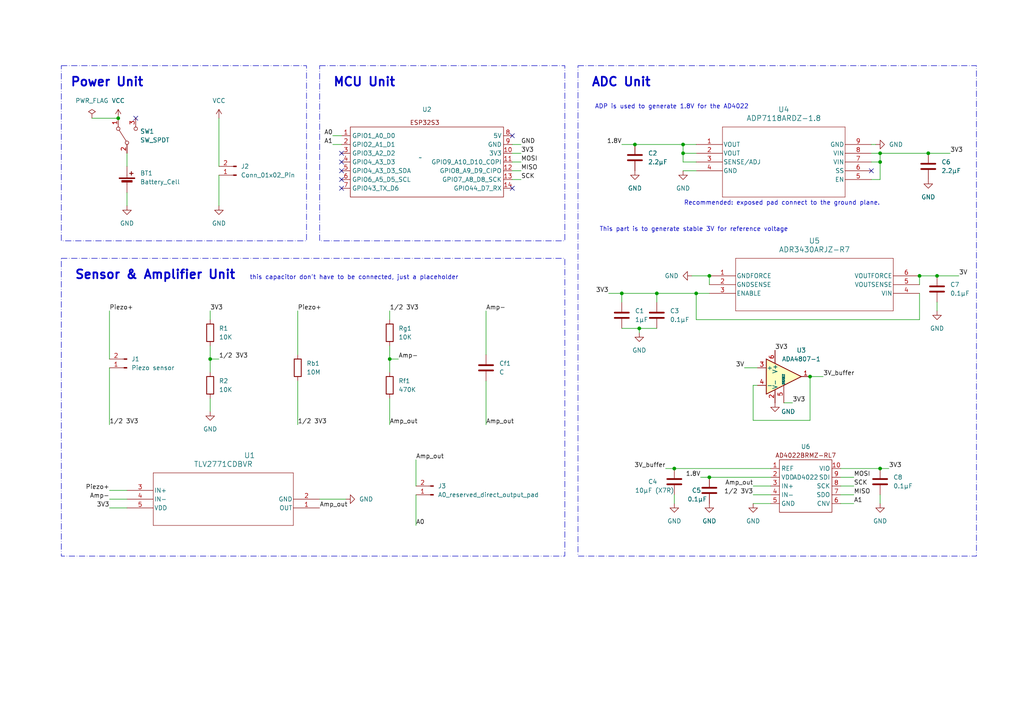
<source format=kicad_sch>
(kicad_sch (version 20230121) (generator eeschema)
  (paper "A4")
  (lib_symbols
    (symbol "2024-04-18_00-36-14:ADR3430ARJZ-R7" (pin_names (offset 0.254))
      (property "Reference" "U" (at 30.48 10.16 0))
      (property "Value" "ADR3430ARJZ-R7" (at 30.48 7.62 0))
      (symbol "ADR3430ARJZ-R7_0_1"
        (polyline (pts (xy 7.62 -10.16) (xy 53.34 -10.16)) (stroke (width 0.127)))
        (polyline (pts (xy 7.62 5.08) (xy 7.62 -10.16)) (stroke (width 0.127)))
        (polyline (pts (xy 53.34 -10.16) (xy 53.34 5.08)) (stroke (width 0.127)))
        (polyline (pts (xy 53.34 5.08) (xy 7.62 5.08)) (stroke (width 0.127)))
        (pin power_out line (at 0 0 0) (length 7.62) (name "GNDFORCE") (number "1"))
        (pin power_out line (at 0 -2.54 0) (length 7.62) (name "GNDSENSE") (number "2"))
        (pin unspecified line (at 0 -5.08 0) (length 7.62) (name "ENABLE") (number "3"))
        (pin unspecified line (at 60.96 -5.08 180) (length 7.62) (name "VIN") (number "4"))
        (pin output line (at 60.96 -2.54 180) (length 7.62) (name "VOUTSENSE") (number "5"))
        (pin output line (at 60.96 0 180) (length 7.62) (name "VOUTFORCE") (number "6"))
      )
    )
    (symbol "Amplifier_Operational:ADA4807-1" (pin_names (offset 0.127))
      (property "Reference" "U" (at 1.27 3.81 0))
      (property "Value" "ADA4807-1" (at 1.27 -3.81 0))
      (symbol "ADA4807-1_0_1"
        (polyline (pts (xy -5.08 5.08) (xy 5.08 0) (xy -5.08 -5.08) (xy -5.08 5.08)) (stroke (width 0.254)) (fill (type background)))
      )
      (symbol "ADA4807-1_1_1"
        (pin output line (at 7.62 0 180) (length 2.54) (name "~") (number "1"))
        (pin power_in line (at -2.54 -7.62 90) (length 3.81) (name "V-") (number "2"))
        (pin input line (at -7.62 2.54 0) (length 2.54) (name "+") (number "3"))
        (pin input line (at -7.62 -2.54 0) (length 2.54) (name "-") (number "4"))
        (pin input line (at 0 -7.62 90) (length 5.08) (name "~{DISABLE}") (number "5"))
        (pin power_in line (at -2.54 7.62 270) (length 3.81) (name "V+") (number "6"))
      )
    )
    (symbol "Amplifier_Operational:TLV2771CDBVR" (pin_names (offset 0.254))
      (property "Reference" "U" (at 27.94 10.16 0))
      (property "Value" "TLV2771CDBVR" (at 27.94 7.62 0))
      (symbol "TLV2771CDBVR_0_1"
        (polyline (pts (xy 7.62 -10.16) (xy 48.26 -10.16)) (stroke (width 0.127)))
        (polyline (pts (xy 7.62 5.08) (xy 7.62 -10.16)) (stroke (width 0.127)))
        (polyline (pts (xy 48.26 -10.16) (xy 48.26 5.08)) (stroke (width 0.127)))
        (polyline (pts (xy 48.26 5.08) (xy 7.62 5.08)) (stroke (width 0.127)))
        (pin output line (at 0 0 0) (length 7.62) (name "OUT") (number "1"))
        (pin power_in line (at 0 -2.54 0) (length 7.62) (name "GND") (number "2"))
        (pin input line (at 55.88 -5.08 180) (length 7.62) (name "IN+") (number "3"))
        (pin input line (at 55.88 -2.54 180) (length 7.62) (name "IN-") (number "4"))
        (pin power_in line (at 55.88 0 180) (length 7.62) (name "VDD") (number "5"))
      )
    )
    (symbol "Analog_ADC:AD4022"
      (property "Reference" "U" (at 0 8.89 0))
      (symbol "AD4022_0_0"
        (text "AD4022BRMZ-RL7" (at 0 6.35 0) (effects (font (size 1.27 1.27))))
      )
      (symbol "AD4022_0_1"
        (rectangle (start -7.62 5.08) (end 7.62 -10.16))
      )
      (symbol "AD4022_1_1"
        (pin input line (at -10.16 2.54 0) (length 2.54) (name "REF") (number "1"))
        (pin input line (at 10.16 2.54 180) (length 2.54) (name "VIO") (number "10"))
        (pin input line (at -10.16 0 0) (length 2.54) (name "VDD") (number "2"))
        (pin input line (at -10.16 -2.54 0) (length 2.54) (name "IN+") (number "3"))
        (pin input line (at -10.16 -5.08 0) (length 2.54) (name "IN-") (number "4"))
        (pin passive line (at -10.16 -7.62 0) (length 2.54) (name "GND") (number "5"))
        (pin input line (at 10.16 -7.62 180) (length 2.54) (name "CNV") (number "6"))
        (pin output line (at 10.16 -5.08 180) (length 2.54) (name "SDO") (number "7"))
        (pin input line (at 10.16 -2.54 180) (length 2.54) (name "SCK") (number "8"))
        (pin input line (at 10.16 0 180) (length 2.54) (name "SDI") (number "9"))
      )
    )
    (symbol "Connector:Conn_01x02_Pin" (pin_names (offset 1.016) hide)
      (property "Reference" "J" (at 0 2.54 0))
      (property "Value" "Conn_01x02_Pin" (at 0 -5.08 0))
      (symbol "Conn_01x02_Pin_1_1"
        (polyline (pts (xy 1.27 -2.54) (xy 0.8636 -2.54)) (stroke (width 0.1524)))
        (polyline (pts (xy 1.27 0) (xy 0.8636 0)) (stroke (width 0.1524)))
        (rectangle (start 0.8636 -2.413) (end 0 -2.667) (stroke (width 0.1524)) (fill (type outline)))
        (rectangle (start 0.8636 0.127) (end 0 -0.127) (stroke (width 0.1524)) (fill (type outline)))
        (pin passive line (at 5.08 0 180) (length 3.81) (name "Pin_1") (number "1"))
        (pin passive line (at 5.08 -2.54 180) (length 3.81) (name "Pin_2") (number "2"))
      )
    )
    (symbol "Device:Battery_Cell" (pin_numbers hide) (pin_names (offset 0) hide)
      (property "Reference" "BT" (at 2.54 2.54 0))
      (property "Value" "Battery_Cell" (at 2.54 0 0))
      (symbol "Battery_Cell_0_1"
        (rectangle (start -2.286 1.778) (end 2.286 1.524) (fill (type outline)))
        (rectangle (start -1.524 1.016) (end 1.524 0.508) (fill (type outline)))
        (polyline (pts (xy 0 0.762) (xy 0 0)))
        (polyline (pts (xy 0 1.778) (xy 0 2.54)))
        (polyline (pts (xy 0.762 3.048) (xy 1.778 3.048)) (stroke (width 0.254)))
        (polyline (pts (xy 1.27 3.556) (xy 1.27 2.54)) (stroke (width 0.254)))
      )
      (symbol "Battery_Cell_1_1"
        (pin passive line (at 0 5.08 270) (length 2.54) (name "+") (number "1"))
        (pin passive line (at 0 -2.54 90) (length 2.54) (name "-") (number "2"))
      )
    )
    (symbol "Device:C" (pin_numbers hide) (pin_names (offset 0.254))
      (property "Reference" "C" (at 0.635 2.54 0))
      (property "Value" "C" (at 0.635 -2.54 0))
      (symbol "C_0_1"
        (polyline (pts (xy -2.032 -0.762) (xy 2.032 -0.762)) (stroke (width 0.508)))
        (polyline (pts (xy -2.032 0.762) (xy 2.032 0.762)) (stroke (width 0.508)))
      )
      (symbol "C_1_1"
        (pin passive line (at 0 3.81 270) (length 2.794) (name "~") (number "1"))
        (pin passive line (at 0 -3.81 90) (length 2.794) (name "~") (number "2"))
      )
    )
    (symbol "Device:R" (pin_numbers hide) (pin_names (offset 0))
      (property "Reference" "R" (at 2.032 0 90))
      (property "Value" "R" (at 0 0 90))
      (symbol "R_0_1"
        (rectangle (start -1.016 -2.54) (end 1.016 2.54) (stroke (width 0.254)))
      )
      (symbol "R_1_1"
        (pin passive line (at 0 3.81 270) (length 1.27) (name "~") (number "1"))
        (pin passive line (at 0 -3.81 90) (length 1.27) (name "~") (number "2"))
      )
    )
    (symbol "Regulator_Linear:ADP7118ARDZ-1.8" (pin_names (offset 0.254))
      (property "Reference" "U" (at 25.4 10.16 0))
      (property "Value" "ADP7118ARDZ-1.8" (at 25.4 7.62 0))
      (symbol "ADP7118ARDZ-1.8_0_1"
        (polyline (pts (xy 7.62 -15.24) (xy 43.18 -15.24)) (stroke (width 0.127)))
        (polyline (pts (xy 7.62 5.08) (xy 7.62 -15.24)) (stroke (width 0.127)))
        (polyline (pts (xy 43.18 -15.24) (xy 43.18 5.08)) (stroke (width 0.127)))
        (polyline (pts (xy 43.18 5.08) (xy 7.62 5.08)) (stroke (width 0.127)))
        (pin output line (at 0 0 0) (length 7.62) (name "VOUT") (number "1"))
        (pin output line (at 0 -2.54 0) (length 7.62) (name "VOUT") (number "2"))
        (pin input line (at 0 -5.08 0) (length 7.62) (name "SENSE/ADJ") (number "3"))
        (pin power_out line (at 0 -7.62 0) (length 7.62) (name "GND") (number "4"))
        (pin input line (at 50.8 -10.16 180) (length 7.62) (name "EN") (number "5"))
        (pin unspecified line (at 50.8 -7.62 180) (length 7.62) (name "SS") (number "6"))
        (pin power_in line (at 50.8 -5.08 180) (length 7.62) (name "VIN") (number "7"))
        (pin power_in line (at 50.8 -2.54 180) (length 7.62) (name "VIN") (number "8"))
        (pin power_out line (at 50.8 0 180) (length 7.62) (name "GND") (number "9"))
      )
    )
    (symbol "Switch:SW_SPDT" (pin_names (offset 0) hide)
      (property "Reference" "SW" (at 0 4.318 0))
      (property "Value" "SW_SPDT" (at 0 -5.08 0))
      (symbol "SW_SPDT_0_0"
        (circle (center -2.032 0) (radius 0.508))
        (circle (center 2.032 -2.54) (radius 0.508))
      )
      (symbol "SW_SPDT_0_1"
        (polyline (pts (xy -1.524 0.254) (xy 1.651 2.286)))
        (circle (center 2.032 2.54) (radius 0.508))
      )
      (symbol "SW_SPDT_1_1"
        (pin passive line (at 5.08 2.54 180) (length 2.54) (name "A") (number "1"))
        (pin passive line (at -5.08 0 0) (length 2.54) (name "B") (number "2"))
        (pin passive line (at 5.08 -2.54 180) (length 2.54) (name "C") (number "3"))
      )
    )
    (symbol "XIAO:XIAO_ESP32_SENSE"
      (property "Reference" "U" (at 0 0 0))
      (symbol "XIAO_ESP32_SENSE_0_1"
        (polyline (pts (xy -20.32 8.89) (xy -20.32 -11.43) (xy 24.13 -11.43) (xy 24.13 8.89) (xy -20.32 8.89)))
      )
      (symbol "XIAO_ESP32_SENSE_1_1"
        (text "ESP32S3" (at 1.27 10.16 0) (effects (font (size 1.27 1.27))))
        (pin bidirectional line (at -22.86 6.35 0) (length 2.54) (name "GPIO1_A0_D0") (number "1"))
        (pin bidirectional line (at 26.67 1.27 180) (length 2.54) (name "3V3") (number "10"))
        (pin bidirectional line (at 26.67 -1.27 180) (length 2.54) (name "GPIO9_A10_D10_COPI") (number "11"))
        (pin bidirectional line (at 26.67 -3.81 180) (length 2.54) (name "GPIO8_A9_D9_CIPO") (number "12"))
        (pin bidirectional line (at 26.67 -6.35 180) (length 2.54) (name "GPIO7_A8_D8_SCK") (number "13"))
        (pin bidirectional line (at 26.67 -8.89 180) (length 2.54) (name "GPIO44_D7_RX") (number "14"))
        (pin bidirectional line (at -22.86 3.81 0) (length 2.54) (name "GPIO2_A1_D1") (number "2"))
        (pin bidirectional line (at -22.86 1.27 0) (length 2.54) (name "GPIO3_A2_D2") (number "3"))
        (pin bidirectional line (at -22.86 -1.27 0) (length 2.54) (name "GPIO4_A3_D3") (number "4"))
        (pin bidirectional line (at -22.86 -3.81 0) (length 2.54) (name "GPIO4_A3_D3_SDA") (number "5"))
        (pin bidirectional line (at -22.86 -6.35 0) (length 2.54) (name "GPIO6_A5_D5_SCL") (number "6"))
        (pin bidirectional line (at -22.86 -8.89 0) (length 2.54) (name "GPIO43_TX_D6") (number "7"))
        (pin bidirectional line (at 26.67 6.35 180) (length 2.54) (name "5V") (number "8"))
        (pin bidirectional line (at 26.67 3.81 180) (length 2.54) (name "GND") (number "9"))
      )
    )
    (symbol "power:GND" (power) (pin_names (offset 0))
      (property "Value" "GND" (at 0 -3.81 0))
      (symbol "GND_0_1"
        (polyline (pts (xy 0 0) (xy 0 -1.27) (xy 1.27 -1.27) (xy 0 -2.54) (xy -1.27 -1.27) (xy 0 -1.27)))
      )
      (symbol "GND_1_1"
        (pin power_in line (at 0 0 270) (length 0) hide (name "GND") (number "1"))
      )
    )
    (symbol "power:PWR_FLAG" (power) (pin_numbers hide) (pin_names (offset 0) hide)
      (property "Value" "PWR_FLAG" (at 0 3.81 0))
      (symbol "PWR_FLAG_0_0"
        (pin power_out line (at 0 0 90) (length 0) (name "pwr") (number "1"))
      )
      (symbol "PWR_FLAG_0_1"
        (polyline (pts (xy 0 0) (xy 0 1.27) (xy -1.016 1.905) (xy 0 2.54) (xy 1.016 1.905) (xy 0 1.27)))
      )
    )
    (symbol "power:VCC" (power) (pin_names (offset 0))
      (property "Value" "VCC" (at 0 3.81 0))
      (symbol "VCC_0_1"
        (polyline (pts (xy -0.762 1.27) (xy 0 2.54)))
        (polyline (pts (xy 0 0) (xy 0 2.54)))
        (polyline (pts (xy 0 2.54) (xy 0.762 1.27)))
      )
      (symbol "VCC_1_1"
        (pin power_in line (at 0 0 90) (length 0) hide (name "VCC") (number "1"))
      )
    )
  )
  (junction (at 255.27 135.89))
  (junction (at 266.7 80.01))
  (junction (at 195.58 135.89))
  (junction (at 255.27 46.99))
  (junction (at 271.78 80.01))
  (junction (at 184.15 41.91))
  (junction (at 113.03 104.14))
  (junction (at 198.12 41.91))
  (junction (at 180.34 85.09))
  (junction (at 205.74 80.01))
  (junction (at 34.29 34.29))
  (junction (at 185.42 95.25))
  (junction (at 190.5 85.09))
  (junction (at 201.93 85.09))
  (junction (at 234.95 109.22))
  (junction (at 269.24 44.45))
  (junction (at 60.96 104.14))
  (junction (at 255.27 44.45))
  (junction (at 198.12 44.45))
  (junction (at 205.74 138.43))
  (no_connect (at 99.06 52.07))
  (no_connect (at 99.06 44.45))
  (no_connect (at 148.59 54.61))
  (no_connect (at 148.59 39.37))
  (no_connect (at 99.06 46.99))
  (no_connect (at 99.06 54.61))
  (no_connect (at 252.73 49.53))
  (no_connect (at 39.37 34.29))
  (no_connect (at 99.06 49.53))
  (wire (pts (xy 266.7 80.01) (xy 271.78 80.01)))
  (wire (pts (xy 31.75 147.32) (xy 36.83 147.32)))
  (wire (pts (xy 252.73 52.07) (xy 255.27 52.07)))
  (wire (pts (xy 205.74 80.01) (xy 205.74 82.55)))
  (wire (pts (xy 63.5 50.8) (xy 63.5 59.69)))
  (wire (pts (xy 180.34 41.91) (xy 184.15 41.91)))
  (wire (pts (xy 26.67 34.29) (xy 34.29 34.29)))
  (wire (pts (xy 148.59 44.45) (xy 151.13 44.45)))
  (wire (pts (xy 60.96 115.57) (xy 60.96 119.38)))
  (wire (pts (xy 31.75 106.68) (xy 31.75 123.19)))
  (wire (pts (xy 205.74 138.43) (xy 223.52 138.43)))
  (wire (pts (xy 198.12 46.99) (xy 201.93 46.99)))
  (wire (pts (xy 198.12 41.91) (xy 201.93 41.91)))
  (wire (pts (xy 120.65 133.35) (xy 120.65 140.97)))
  (wire (pts (xy 266.7 80.01) (xy 266.7 82.55)))
  (wire (pts (xy 113.03 104.14) (xy 115.57 104.14)))
  (wire (pts (xy 215.9 106.68) (xy 219.71 106.68)))
  (wire (pts (xy 271.78 87.63) (xy 271.78 90.17)))
  (wire (pts (xy 271.78 80.01) (xy 278.13 80.01)))
  (wire (pts (xy 201.93 85.09) (xy 201.93 92.71)))
  (wire (pts (xy 180.34 85.09) (xy 180.34 87.63)))
  (wire (pts (xy 229.87 116.84) (xy 227.33 116.84)))
  (wire (pts (xy 218.44 146.05) (xy 223.52 146.05)))
  (wire (pts (xy 113.03 100.33) (xy 113.03 104.14)))
  (wire (pts (xy 243.84 135.89) (xy 255.27 135.89)))
  (wire (pts (xy 190.5 85.09) (xy 201.93 85.09)))
  (wire (pts (xy 198.12 44.45) (xy 198.12 46.99)))
  (wire (pts (xy 234.95 121.92) (xy 234.95 109.22)))
  (wire (pts (xy 218.44 140.97) (xy 223.52 140.97)))
  (wire (pts (xy 193.04 135.89) (xy 195.58 135.89)))
  (wire (pts (xy 252.73 46.99) (xy 255.27 46.99)))
  (wire (pts (xy 120.65 143.51) (xy 120.65 152.4)))
  (wire (pts (xy 86.36 90.17) (xy 86.36 102.87)))
  (wire (pts (xy 176.53 85.09) (xy 180.34 85.09)))
  (wire (pts (xy 252.73 41.91) (xy 254 41.91)))
  (wire (pts (xy 269.24 44.45) (xy 275.59 44.45)))
  (wire (pts (xy 243.84 140.97) (xy 247.65 140.97)))
  (wire (pts (xy 195.58 135.89) (xy 223.52 135.89)))
  (wire (pts (xy 218.44 111.76) (xy 219.71 111.76)))
  (wire (pts (xy 31.75 142.24) (xy 36.83 142.24)))
  (wire (pts (xy 36.83 55.88) (xy 36.83 59.69)))
  (wire (pts (xy 148.59 52.07) (xy 151.13 52.07)))
  (wire (pts (xy 234.95 109.22) (xy 238.76 109.22)))
  (wire (pts (xy 218.44 143.51) (xy 223.52 143.51)))
  (wire (pts (xy 185.42 96.52) (xy 185.42 95.25)))
  (wire (pts (xy 190.5 85.09) (xy 190.5 87.63)))
  (wire (pts (xy 140.97 110.49) (xy 140.97 123.19)))
  (wire (pts (xy 31.75 144.78) (xy 36.83 144.78)))
  (wire (pts (xy 63.5 34.29) (xy 63.5 48.26)))
  (wire (pts (xy 266.7 92.71) (xy 266.7 85.09)))
  (wire (pts (xy 218.44 111.76) (xy 218.44 121.92)))
  (wire (pts (xy 148.59 41.91) (xy 151.13 41.91)))
  (wire (pts (xy 180.34 95.25) (xy 185.42 95.25)))
  (wire (pts (xy 200.66 80.01) (xy 205.74 80.01)))
  (wire (pts (xy 148.59 46.99) (xy 151.13 46.99)))
  (wire (pts (xy 218.44 121.92) (xy 234.95 121.92)))
  (wire (pts (xy 255.27 44.45) (xy 269.24 44.45)))
  (wire (pts (xy 255.27 143.51) (xy 255.27 146.05)))
  (wire (pts (xy 203.2 138.43) (xy 205.74 138.43)))
  (wire (pts (xy 60.96 104.14) (xy 63.5 104.14)))
  (wire (pts (xy 36.83 48.26) (xy 36.83 44.45)))
  (wire (pts (xy 255.27 46.99) (xy 255.27 44.45)))
  (wire (pts (xy 205.74 85.09) (xy 201.93 85.09)))
  (wire (pts (xy 185.42 95.25) (xy 190.5 95.25)))
  (wire (pts (xy 198.12 44.45) (xy 201.93 44.45)))
  (wire (pts (xy 255.27 135.89) (xy 257.81 135.89)))
  (wire (pts (xy 243.84 146.05) (xy 247.65 146.05)))
  (wire (pts (xy 198.12 41.91) (xy 198.12 44.45)))
  (wire (pts (xy 180.34 85.09) (xy 190.5 85.09)))
  (wire (pts (xy 100.33 144.78) (xy 92.71 144.78)))
  (wire (pts (xy 243.84 143.51) (xy 247.65 143.51)))
  (wire (pts (xy 140.97 90.17) (xy 140.97 102.87)))
  (wire (pts (xy 60.96 100.33) (xy 60.96 104.14)))
  (wire (pts (xy 96.52 41.91) (xy 99.06 41.91)))
  (wire (pts (xy 243.84 138.43) (xy 247.65 138.43)))
  (wire (pts (xy 31.75 90.17) (xy 31.75 104.14)))
  (wire (pts (xy 60.96 104.14) (xy 60.96 107.95)))
  (wire (pts (xy 195.58 143.51) (xy 195.58 146.05)))
  (wire (pts (xy 198.12 49.53) (xy 201.93 49.53)))
  (wire (pts (xy 60.96 90.17) (xy 60.96 92.71)))
  (wire (pts (xy 148.59 49.53) (xy 151.13 49.53)))
  (wire (pts (xy 201.93 92.71) (xy 266.7 92.71)))
  (wire (pts (xy 113.03 90.17) (xy 113.03 92.71)))
  (wire (pts (xy 113.03 115.57) (xy 113.03 123.19)))
  (wire (pts (xy 96.52 39.37) (xy 99.06 39.37)))
  (wire (pts (xy 113.03 104.14) (xy 113.03 107.95)))
  (wire (pts (xy 255.27 52.07) (xy 255.27 46.99)))
  (wire (pts (xy 252.73 44.45) (xy 255.27 44.45)))
  (wire (pts (xy 184.15 41.91) (xy 198.12 41.91)))
  (wire (pts (xy 86.36 110.49) (xy 86.36 123.19)))
  (rectangle (start 167.64 19.05) (end 283.21 161.29) (stroke (width 0) (type dash_dot)))
  (rectangle (start 92.71 19.05) (end 163.83 69.85) (stroke (width 0) (type dash_dot)))
  (rectangle (start 17.78 74.93) (end 163.83 161.29) (stroke (width 0) (type dash_dot)))
  (rectangle (start 17.78 19.05) (end 88.9 69.85) (stroke (width 0) (type dash_dot)))
  (text "Power Unit" (at 20.32 25.4 0) (effects (font (size 2.54 2.54) (thickness 0.508) bold) (justify left bottom)))
  (text "Sensor & Amplifier Unit" (at 21.59 81.28 0) (effects (font (size 2.54 2.54) (thickness 0.508) bold) (justify left bottom)))
  (text "ADC Unit" (at 171.45 25.4 0) (effects (font (size 2.54 2.54) (thickness 0.508) bold) (justify left bottom)))
  (text "this capacitor don't have to be connected, just a placeholder" (at 72.39 81.28 0) (effects (font (size 1.27 1.27)) (justify left bottom)))
  (text "This part is to generate stable 3V for reference voltage\n" (at 228.6 67.31 0) (effects (font (size 1.27 1.27)) (justify right bottom)))
  (text "Recommended: exposed pad connect to the ground plane." (at 255.27 59.69 0) (effects (font (size 1.27 1.27)) (justify right bottom)))
  (text "MCU Unit" (at 96.52 25.4 0) (effects (font (size 2.54 2.54) (thickness 0.508) bold) (justify left bottom)))
  (text "ADP is used to generate 1.8V for the AD4022\n" (at 217.17 31.75 0) (effects (font (size 1.27 1.27)) (justify right bottom)))
  (label "GND" (at 151.13 41.91 0))
  (label "Amp_out" (at 218.44 140.97 180))
  (label "3V3" (at 229.87 116.84 0))
  (label "3V3" (at 224.79 101.6 0))
  (label "MOSI" (at 151.13 46.99 0))
  (label "Amp-" (at 140.97 90.17 0))
  (label "3V3" (at 151.13 44.45 0))
  (label "1{slash}2 3V3" (at 31.75 123.19 0))
  (label "3V3" (at 31.75 147.32 180))
  (label "3V3" (at 60.96 90.17 0))
  (label "3V" (at 215.9 106.68 180))
  (label "SCK" (at 247.65 140.97 0))
  (label "1{slash}2 3V3" (at 63.5 104.14 0))
  (label "MISO" (at 247.65 143.51 0))
  (label "3V_buffer" (at 238.76 109.22 0))
  (label "1{slash}2 3V3" (at 113.03 90.17 0))
  (label "SCK" (at 151.13 52.07 0))
  (label "Amp-" (at 115.57 104.14 0))
  (label "1{slash}2 3V3" (at 218.44 143.51 180))
  (label "1.8V" (at 203.2 138.43 180))
  (label "3V3" (at 176.53 85.09 180))
  (label "3V" (at 278.13 80.01 0))
  (label "1.8V" (at 180.34 41.91 180))
  (label "Amp_out" (at 120.65 133.35 0))
  (label "1{slash}2 3V3" (at 86.36 123.19 0))
  (label "Amp_out" (at 92.71 147.32 0))
  (label "Amp-" (at 31.75 144.78 180))
  (label "3V_buffer" (at 193.04 135.89 180))
  (label "A0" (at 120.65 152.4 0))
  (label "Piezo+" (at 31.75 90.17 0))
  (label "Piezo+" (at 86.36 90.17 0))
  (label "MISO" (at 151.13 49.53 0))
  (label "3V3" (at 275.59 44.45 0))
  (label "Amp_out" (at 140.97 123.19 0))
  (label "Amp_out" (at 113.03 123.19 0))
  (label "MOSI" (at 247.65 138.43 0))
  (label "Piezo+" (at 31.75 142.24 180))
  (label "A1" (at 96.52 41.91 180))
  (label "3V3" (at 257.81 135.89 0))
  (label "A1" (at 247.65 146.05 0))
  (label "A0" (at 96.52 39.37 180))
  (symbol (lib_id "Device:C") (at 140.97 106.68 0) (unit 1)
    (property "Reference" "Cf1" (at 144.78 105.41 0) (effects (justify left)))
    (property "Value" "C" (at 144.78 107.95 0) (effects (justify left)))
    (property "Footprint" "Capacitor_SMD:C_0805_2012Metric_Pad1.18x1.45mm_HandSolder" (effects hide))
  )
  (symbol (lib_id "power:GND") (at 36.83 59.69 0) (unit 1)
    (property "Reference" "#PWR02" (effects hide))
    (property "Value" "GND" (at 36.83 64.77 0))
  )
  (symbol (lib_id "Connector:Conn_01x02_Pin") (at 36.83 106.68 180) (unit 1)
    (property "Reference" "J1" (at 38.1 104.14 0) (effects (justify right)))
    (property "Value" "Piezo sensor" (at 38.1 106.68 0) (effects (justify right)))
    (property "Footprint" "Connector_PinHeader_2.54mm:PinHeader_1x02_P2.54mm_Vertical" (effects hide))
  )
  (symbol (lib_id "Device:C") (at 205.74 142.24 0) (unit 1)
    (property "Reference" "C5" (at 200.66 142.24 0) (effects (justify left)))
    (property "Value" "0.1μF" (at 199.39 144.78 0) (effects (justify left)))
    (property "Footprint" "Capacitor_SMD:C_0805_2012Metric_Pad1.18x1.45mm_HandSolder" (effects hide))
  )
  (symbol (lib_id "power:VCC") (at 63.5 34.29 0) (mirror y) (unit 1)
    (property "Reference" "#PWR04" (effects hide))
    (property "Value" "VCC" (at 63.5 29.21 0))
  )
  (symbol (lib_id "power:GND") (at 254 41.91 90) (unit 1)
    (property "Reference" "#PWR015" (effects hide))
    (property "Value" "GND" (at 257.81 41.91 90) (effects (justify right)))
  )
  (symbol (lib_id "power:GND") (at 198.12 49.53 0) (unit 1)
    (property "Reference" "#PWR010" (effects hide))
    (property "Value" "GND" (at 198.12 54.61 0))
  )
  (symbol (lib_id "power:GND") (at 271.78 90.17 0) (unit 1)
    (property "Reference" "#PWR017" (effects hide))
    (property "Value" "GND" (at 271.78 95.25 0))
  )
  (symbol (lib_id "Device:Battery_Cell") (at 36.83 53.34 0) (unit 1)
    (property "Reference" "BT1" (at 40.64 50.2285 0) (effects (justify left)))
    (property "Value" "Battery_Cell" (at 40.64 52.7685 0) (effects (justify left)))
    (property "Footprint" "Connector_JST:JST_ZE_SM02B-ZESS-TB_1x02-1MP_P1.50mm_Horizontal" (effects hide))
  )
  (symbol (lib_id "Device:R") (at 113.03 111.76 0) (unit 1)
    (property "Reference" "Rf1" (at 115.57 110.49 0) (effects (justify left)))
    (property "Value" "470K" (at 115.57 113.03 0) (effects (justify left)))
    (property "Footprint" "Resistor_SMD:R_0805_2012Metric_Pad1.20x1.40mm_HandSolder" (effects hide))
  )
  (symbol (lib_id "power:GND") (at 218.44 146.05 0) (unit 1)
    (property "Reference" "#PWR014" (effects hide))
    (property "Value" "GND" (at 218.44 151.13 0))
  )
  (symbol (lib_id "Analog_ADC:AD4022") (at 233.68 138.43 0) (unit 1)
    (property "Reference" "U6" (at 233.68 129.54 0))
    (property "Value" "AD4022" (at 233.68 138.43 0))
    (property "Footprint" "Package_SO:MSOP-10-1EP_3x3mm_P0.5mm_EP1.68x1.88mm" (effects hide))
  )
  (symbol (lib_id "Device:C") (at 190.5 91.44 0) (unit 1)
    (property "Reference" "C3" (at 194.31 90.17 0) (effects (justify left)))
    (property "Value" "0.1μF" (at 194.31 92.71 0) (effects (justify left)))
    (property "Footprint" "Capacitor_SMD:C_0805_2012Metric_Pad1.18x1.45mm_HandSolder" (effects hide))
  )
  (symbol (lib_id "Amplifier_Operational:TLV2771CDBVR") (at 92.71 147.32 180) (unit 1)
    (property "Reference" "U1" (at 72.39 132.08 0) (effects (font (size 1.524 1.524))))
    (property "Value" "TLV2771CDBVR" (at 64.77 134.62 0) (effects (font (size 1.524 1.524))))
    (property "Footprint" "op_amp:TLV2771CDBVR" (effects hide))
    (property "Datasheet" "TLV2771CDBVR" (effects hide))
  )
  (symbol (lib_id "Device:R") (at 86.36 106.68 0) (unit 1)
    (property "Reference" "Rb1" (at 88.9 105.41 0) (effects (justify left)))
    (property "Value" "10M" (at 88.9 107.95 0) (effects (justify left)))
    (property "Footprint" "Resistor_SMD:R_0805_2012Metric_Pad1.20x1.40mm_HandSolder" (effects hide))
  )
  (symbol (lib_id "Device:C") (at 184.15 45.72 0) (unit 1)
    (property "Reference" "C2" (at 187.96 44.45 0) (effects (justify left)))
    (property "Value" "2.2μF" (at 187.96 46.99 0) (effects (justify left)))
    (property "Footprint" "Capacitor_SMD:C_0805_2012Metric_Pad1.18x1.45mm_HandSolder" (effects hide))
  )
  (symbol (lib_id "Switch:SW_SPDT") (at 36.83 39.37 90) (unit 1)
    (property "Reference" "SW1" (at 40.64 38.1 90) (effects (justify right)))
    (property "Value" "SW_SPDT" (at 40.64 40.64 90) (effects (justify right)))
    (property "Footprint" "Button_Switch_THT:SWITCH_THT_SPDT_11MA1QS1" (effects hide))
  )
  (symbol (lib_id "Connector:Conn_01x02_Pin") (at 125.73 143.51 180) (unit 1)
    (property "Reference" "J3" (at 127 140.97 0) (effects (justify right)))
    (property "Value" "A0_reserved_direct_output_pad" (at 127 143.51 0) (effects (justify right)))
    (property "Footprint" "Resistor_SMD:R_0805_2012Metric_Pad1.20x1.40mm_HandSolder" (effects hide))
  )
  (symbol (lib_id "power:GND") (at 195.58 146.05 0) (unit 1)
    (property "Reference" "#PWR012" (effects hide))
    (property "Value" "GND" (at 195.58 151.13 0))
  )
  (symbol (lib_id "power:GND") (at 269.24 52.07 0) (unit 1)
    (property "Reference" "#PWR016" (effects hide))
    (property "Value" "GND" (at 269.24 57.15 0))
  )
  (symbol (lib_id "power:GND") (at 185.42 96.52 0) (unit 1)
    (property "Reference" "#PWR08" (effects hide))
    (property "Value" "GND" (at 185.42 101.6 0))
  )
  (symbol (lib_id "power:GND") (at 100.33 144.78 90) (unit 1)
    (property "Reference" "#PWR06" (effects hide))
    (property "Value" "GND" (at 104.14 144.78 90) (effects (justify right)))
  )
  (symbol (lib_id "power:GND") (at 200.66 80.01 270) (unit 1)
    (property "Reference" "#PWR011" (effects hide))
    (property "Value" "GND" (at 196.85 80.01 90) (effects (justify right)))
  )
  (symbol (lib_id "power:VCC") (at 34.29 34.29 0) (unit 1)
    (property "Reference" "#PWR01" (effects hide))
    (property "Value" "VCC" (at 34.29 29.21 0))
  )
  (symbol (lib_id "power:GND") (at 255.27 146.05 0) (unit 1)
    (property "Reference" "#PWR018" (effects hide))
    (property "Value" "GND" (at 255.27 151.13 0))
  )
  (symbol (lib_id "power:GND") (at 184.15 49.53 0) (unit 1)
    (property "Reference" "#PWR07" (effects hide))
    (property "Value" "GND" (at 184.15 54.61 0))
  )
  (symbol (lib_id "Device:C") (at 255.27 139.7 0) (unit 1)
    (property "Reference" "C8" (at 259.08 138.43 0) (effects (justify left)))
    (property "Value" "0.1μF" (at 259.08 140.97 0) (effects (justify left)))
    (property "Footprint" "Capacitor_SMD:C_0805_2012Metric_Pad1.18x1.45mm_HandSolder" (effects hide))
  )
  (symbol (lib_id "Device:R") (at 60.96 111.76 0) (unit 1)
    (property "Reference" "R2" (at 63.5 110.49 0) (effects (justify left)))
    (property "Value" "10K" (at 63.5 113.03 0) (effects (justify left)))
    (property "Footprint" "Resistor_SMD:R_0805_2012Metric_Pad1.20x1.40mm_HandSolder" (effects hide))
  )
  (symbol (lib_id "Device:C") (at 180.34 91.44 0) (unit 1)
    (property "Reference" "C1" (at 184.15 90.17 0) (effects (justify left)))
    (property "Value" "1μF" (at 184.15 92.71 0) (effects (justify left)))
    (property "Footprint" "Capacitor_SMD:C_0805_2012Metric_Pad1.18x1.45mm_HandSolder" (effects hide))
  )
  (symbol (lib_id "Amplifier_Operational:ADA4807-1") (at 227.33 109.22 0) (unit 1)
    (property "Reference" "U3" (at 232.41 101.6 0))
    (property "Value" "ADA4807-1" (at 232.41 104.14 0))
    (property "Footprint" "Package_TO_SOT_SMD:SOT-23-6" (effects hide))
    (property "Datasheet" "https://www.analog.com/media/en/technical-documentation/data-sheets/ADA4807-1_4807-2_4807-4.pdf" (effects hide))
  )
  (symbol (lib_id "power:GND") (at 205.74 146.05 0) (unit 1)
    (property "Reference" "#PWR013" (effects hide))
    (property "Value" "GND" (at 205.74 151.13 0))
  )
  (symbol (lib_id "Device:C") (at 195.58 139.7 0) (unit 1)
    (property "Reference" "C4" (at 187.96 139.7 0) (effects (justify left)))
    (property "Value" "10μF (X7R)" (at 184.15 142.24 0) (effects (justify left)))
    (property "Footprint" "Capacitor_SMD:C_0805_2012Metric_Pad1.18x1.45mm_HandSolder" (effects hide))
  )
  (symbol (lib_id "power:GND") (at 224.79 116.84 0) (unit 1)
    (property "Reference" "#PWR09" (effects hide))
    (property "Value" "GND" (at 228.6 119.38 0))
  )
  (symbol (lib_id "XIAO:XIAO_ESP32_SENSE") (at 121.92 45.72 0) (unit 1)
    (property "Reference" "U2" (at 123.825 31.75 0))
    (property "Value" "~" (at 121.92 45.72 0))
    (property "Footprint" "XIAO ESP32 THT:XIAO_ESP32_SENSE" (effects hide))
  )
  (symbol (lib_id "Device:C") (at 269.24 48.26 0) (unit 1)
    (property "Reference" "C6" (at 273.05 46.99 0) (effects (justify left)))
    (property "Value" "2.2μF" (at 273.05 49.53 0) (effects (justify left)))
    (property "Footprint" "Capacitor_SMD:C_0805_2012Metric_Pad1.18x1.45mm_HandSolder" (effects hide))
  )
  (symbol (lib_id "Connector:Conn_01x02_Pin") (at 68.58 50.8 180) (unit 1)
    (property "Reference" "J2" (at 69.85 48.26 0) (effects (justify right)))
    (property "Value" "Conn_01x02_Pin" (at 69.85 50.8 0) (effects (justify right)))
    (property "Footprint" "LED_THT:LED_D5.0mm" (effects hide))
  )
  (symbol (lib_id "power:GND") (at 60.96 119.38 0) (unit 1)
    (property "Reference" "#PWR03" (effects hide))
    (property "Value" "GND" (at 60.96 124.46 0))
  )
  (symbol (lib_id "Device:C") (at 271.78 83.82 0) (unit 1)
    (property "Reference" "C7" (at 275.59 82.55 0) (effects (justify left)))
    (property "Value" "0.1μF" (at 275.59 85.09 0) (effects (justify left)))
    (property "Footprint" "Capacitor_SMD:C_0805_2012Metric_Pad1.18x1.45mm_HandSolder" (effects hide))
  )
  (symbol (lib_id "power:PWR_FLAG") (at 26.67 34.29 0) (unit 1)
    (property "Reference" "#FLG01" (effects hide))
    (property "Value" "PWR_FLAG" (at 26.67 29.21 0))
  )
  (symbol (lib_id "Regulator_Linear:ADP7118ARDZ-1.8") (at 201.93 41.91 0) (unit 1)
    (property "Reference" "U4" (at 227.33 31.75 0) (effects (font (size 1.524 1.524))))
    (property "Value" "ADP7118ARDZ-1.8" (at 227.33 34.29 0) (effects (font (size 1.524 1.524))))
    (property "Footprint" "Package_SO:SOIC-8-1EP_3.9x4.9mm_P1.27mm_EP2.41x3.81mm" (effects hide))
    (property "Datasheet" "ADP7118ARDZ-1.8" (effects hide))
  )
  (symbol (lib_id "power:GND") (at 63.5 59.69 0) (unit 1)
    (property "Reference" "#PWR05" (effects hide))
    (property "Value" "GND" (at 63.5 64.77 0))
  )
  (symbol (lib_id "2024-04-18_00-36-14:ADR3430ARJZ-R7") (at 205.74 80.01 0) (unit 1)
    (property "Reference" "U5" (at 236.22 69.85 0) (effects (font (size 1.524 1.524))))
    (property "Value" "ADR3430ARJZ-R7" (at 236.22 72.39 0) (effects (font (size 1.524 1.524))))
    (property "Footprint" "Package_TO_SOT_SMD:SOT-23-6" (effects hide))
    (property "Datasheet" "ADR3430ARJZ-R7" (effects hide))
  )
  (symbol (lib_id "Device:R") (at 60.96 96.52 0) (unit 1)
    (property "Reference" "R1" (at 63.5 95.25 0) (effects (justify left)))
    (property "Value" "10K" (at 63.5 97.79 0) (effects (justify left)))
    (property "Footprint" "Resistor_SMD:R_0805_2012Metric_Pad1.20x1.40mm_HandSolder" (effects hide))
  )
  (symbol (lib_id "Device:R") (at 113.03 96.52 0) (unit 1)
    (property "Reference" "Rg1" (at 115.57 95.25 0) (effects (justify left)))
    (property "Value" "10K" (at 115.57 97.79 0) (effects (justify left)))
    (property "Footprint" "Resistor_SMD:R_0805_2012Metric_Pad1.20x1.40mm_HandSolder" (effects hide))
  )
)
</source>
